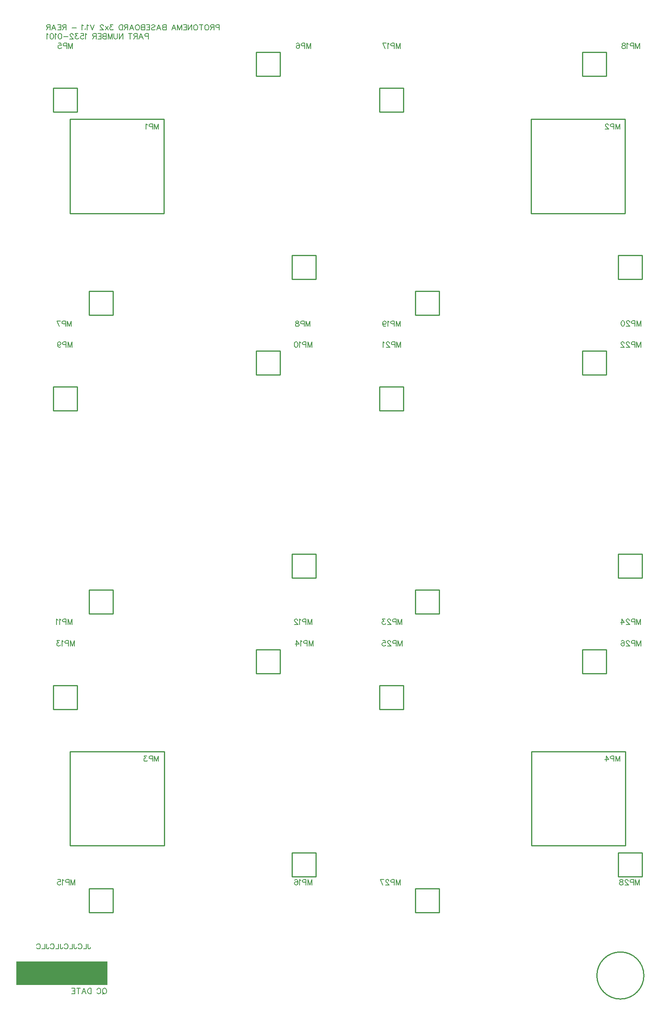
<source format=gbo>
G04 Layer: BottomSilkscreenLayer*
G04 EasyEDA v6.5.22, 2023-04-02 16:29:49*
G04 1135aa0c46e14357a5d69858543a1a0d,5a6b42c53f6a479593ecc07194224c93,10*
G04 Gerber Generator version 0.2*
G04 Scale: 100 percent, Rotated: No, Reflected: No *
G04 Dimensions in millimeters *
G04 leading zeros omitted , absolute positions ,4 integer and 5 decimal *
%FSLAX45Y45*%
%MOMM*%

%ADD10C,0.2032*%
%ADD11C,0.1524*%
%ADD12C,0.1520*%
%ADD13C,0.2540*%

%LPD*%
D10*
X11239500Y21418989D02*
G01*
X11239500Y21304445D01*
X11239500Y21418989D02*
G01*
X11190409Y21418989D01*
X11174046Y21413536D01*
X11168590Y21408082D01*
X11163137Y21397173D01*
X11163137Y21380808D01*
X11168590Y21369898D01*
X11174046Y21364445D01*
X11190409Y21358989D01*
X11239500Y21358989D01*
X11127135Y21418989D02*
G01*
X11127135Y21304445D01*
X11127135Y21418989D02*
G01*
X11078044Y21418989D01*
X11061682Y21413536D01*
X11056228Y21408082D01*
X11050772Y21397173D01*
X11050772Y21386264D01*
X11056228Y21375354D01*
X11061682Y21369898D01*
X11078044Y21364445D01*
X11127135Y21364445D01*
X11088954Y21364445D02*
G01*
X11050772Y21304445D01*
X10982045Y21418989D02*
G01*
X10992954Y21413536D01*
X11003864Y21402626D01*
X11009317Y21391717D01*
X11014773Y21375354D01*
X11014773Y21348082D01*
X11009317Y21331717D01*
X11003864Y21320808D01*
X10992954Y21309898D01*
X10982045Y21304445D01*
X10960227Y21304445D01*
X10949317Y21309898D01*
X10938410Y21320808D01*
X10932955Y21331717D01*
X10927501Y21348082D01*
X10927501Y21375354D01*
X10932955Y21391717D01*
X10938410Y21402626D01*
X10949317Y21413536D01*
X10960227Y21418989D01*
X10982045Y21418989D01*
X10853318Y21418989D02*
G01*
X10853318Y21304445D01*
X10891499Y21418989D02*
G01*
X10815137Y21418989D01*
X10746409Y21418989D02*
G01*
X10757319Y21413536D01*
X10768228Y21402626D01*
X10773681Y21391717D01*
X10779137Y21375354D01*
X10779137Y21348082D01*
X10773681Y21331717D01*
X10768228Y21320808D01*
X10757319Y21309898D01*
X10746409Y21304445D01*
X10724591Y21304445D01*
X10713681Y21309898D01*
X10702772Y21320808D01*
X10697319Y21331717D01*
X10691865Y21348082D01*
X10691865Y21375354D01*
X10697319Y21391717D01*
X10702772Y21402626D01*
X10713681Y21413536D01*
X10724591Y21418989D01*
X10746409Y21418989D01*
X10655863Y21418989D02*
G01*
X10655863Y21304445D01*
X10655863Y21418989D02*
G01*
X10579501Y21304445D01*
X10579501Y21418989D02*
G01*
X10579501Y21304445D01*
X10543501Y21418989D02*
G01*
X10543501Y21304445D01*
X10543501Y21418989D02*
G01*
X10472592Y21418989D01*
X10543501Y21364445D02*
G01*
X10499864Y21364445D01*
X10543501Y21304445D02*
G01*
X10472592Y21304445D01*
X10436593Y21418989D02*
G01*
X10436593Y21304445D01*
X10436593Y21418989D02*
G01*
X10392956Y21304445D01*
X10349318Y21418989D02*
G01*
X10392956Y21304445D01*
X10349318Y21418989D02*
G01*
X10349318Y21304445D01*
X10269684Y21418989D02*
G01*
X10313319Y21304445D01*
X10269684Y21418989D02*
G01*
X10226047Y21304445D01*
X10296956Y21342626D02*
G01*
X10242410Y21342626D01*
X10106047Y21418989D02*
G01*
X10106047Y21304445D01*
X10106047Y21418989D02*
G01*
X10056957Y21418989D01*
X10040592Y21413536D01*
X10035138Y21408082D01*
X10029685Y21397173D01*
X10029685Y21386264D01*
X10035138Y21375354D01*
X10040592Y21369898D01*
X10056957Y21364445D01*
X10106047Y21364445D02*
G01*
X10056957Y21364445D01*
X10040592Y21358989D01*
X10035138Y21353536D01*
X10029685Y21342626D01*
X10029685Y21326264D01*
X10035138Y21315354D01*
X10040592Y21309898D01*
X10056957Y21304445D01*
X10106047Y21304445D01*
X9950048Y21418989D02*
G01*
X9993683Y21304445D01*
X9950048Y21418989D02*
G01*
X9906411Y21304445D01*
X9977320Y21342626D02*
G01*
X9922774Y21342626D01*
X9794049Y21402626D02*
G01*
X9804956Y21413536D01*
X9821321Y21418989D01*
X9843140Y21418989D01*
X9859502Y21413536D01*
X9870412Y21402626D01*
X9870412Y21391717D01*
X9864956Y21380808D01*
X9859502Y21375354D01*
X9848593Y21369898D01*
X9815865Y21358989D01*
X9804956Y21353536D01*
X9799502Y21348082D01*
X9794049Y21337173D01*
X9794049Y21320808D01*
X9804956Y21309898D01*
X9821321Y21304445D01*
X9843140Y21304445D01*
X9859502Y21309898D01*
X9870412Y21320808D01*
X9758047Y21418989D02*
G01*
X9758047Y21304445D01*
X9758047Y21418989D02*
G01*
X9687138Y21418989D01*
X9758047Y21364445D02*
G01*
X9714412Y21364445D01*
X9758047Y21304445D02*
G01*
X9687138Y21304445D01*
X9651138Y21418989D02*
G01*
X9651138Y21304445D01*
X9651138Y21418989D02*
G01*
X9602048Y21418989D01*
X9585685Y21413536D01*
X9580229Y21408082D01*
X9574776Y21397173D01*
X9574776Y21386264D01*
X9580229Y21375354D01*
X9585685Y21369898D01*
X9602048Y21364445D01*
X9651138Y21364445D02*
G01*
X9602048Y21364445D01*
X9585685Y21358989D01*
X9580229Y21353536D01*
X9574776Y21342626D01*
X9574776Y21326264D01*
X9580229Y21315354D01*
X9585685Y21309898D01*
X9602048Y21304445D01*
X9651138Y21304445D01*
X9506049Y21418989D02*
G01*
X9516958Y21413536D01*
X9527867Y21402626D01*
X9533321Y21391717D01*
X9538776Y21375354D01*
X9538776Y21348082D01*
X9533321Y21331717D01*
X9527867Y21320808D01*
X9516958Y21309898D01*
X9506049Y21304445D01*
X9484230Y21304445D01*
X9473321Y21309898D01*
X9462411Y21320808D01*
X9456958Y21331717D01*
X9451502Y21348082D01*
X9451502Y21375354D01*
X9456958Y21391717D01*
X9462411Y21402626D01*
X9473321Y21413536D01*
X9484230Y21418989D01*
X9506049Y21418989D01*
X9371868Y21418989D02*
G01*
X9415503Y21304445D01*
X9371868Y21418989D02*
G01*
X9328231Y21304445D01*
X9399140Y21342626D02*
G01*
X9344593Y21342626D01*
X9292231Y21418989D02*
G01*
X9292231Y21304445D01*
X9292231Y21418989D02*
G01*
X9243141Y21418989D01*
X9226776Y21413536D01*
X9221322Y21408082D01*
X9215866Y21397173D01*
X9215866Y21386264D01*
X9221322Y21375354D01*
X9226776Y21369898D01*
X9243141Y21364445D01*
X9292231Y21364445D01*
X9254050Y21364445D02*
G01*
X9215866Y21304445D01*
X9179867Y21418989D02*
G01*
X9179867Y21304445D01*
X9179867Y21418989D02*
G01*
X9141686Y21418989D01*
X9125323Y21413536D01*
X9114414Y21402626D01*
X9108958Y21391717D01*
X9103504Y21375354D01*
X9103504Y21348082D01*
X9108958Y21331717D01*
X9114414Y21320808D01*
X9125323Y21309898D01*
X9141686Y21304445D01*
X9179867Y21304445D01*
X8972595Y21418989D02*
G01*
X8912595Y21418989D01*
X8945323Y21375354D01*
X8928958Y21375354D01*
X8918049Y21369898D01*
X8912595Y21364445D01*
X8907139Y21348082D01*
X8907139Y21337173D01*
X8912595Y21320808D01*
X8923505Y21309898D01*
X8939867Y21304445D01*
X8956233Y21304445D01*
X8972595Y21309898D01*
X8978049Y21315354D01*
X8983505Y21326264D01*
X8871140Y21380808D02*
G01*
X8811140Y21304445D01*
X8811140Y21380808D02*
G01*
X8871140Y21304445D01*
X8769687Y21391717D02*
G01*
X8769687Y21397173D01*
X8764231Y21408082D01*
X8758778Y21413536D01*
X8747869Y21418989D01*
X8726050Y21418989D01*
X8715141Y21413536D01*
X8709687Y21408082D01*
X8704232Y21397173D01*
X8704232Y21386264D01*
X8709687Y21375354D01*
X8720594Y21358989D01*
X8775141Y21304445D01*
X8698778Y21304445D01*
X8578778Y21418989D02*
G01*
X8535141Y21304445D01*
X8491504Y21418989D02*
G01*
X8535141Y21304445D01*
X8455505Y21397173D02*
G01*
X8444595Y21402626D01*
X8428233Y21418989D01*
X8428233Y21304445D01*
X8386777Y21331717D02*
G01*
X8392233Y21326264D01*
X8386777Y21320808D01*
X8381324Y21326264D01*
X8386777Y21331717D01*
X8345324Y21397173D02*
G01*
X8334415Y21402626D01*
X8318050Y21418989D01*
X8318050Y21304445D01*
X8198050Y21353536D02*
G01*
X8099869Y21353536D01*
X7979869Y21418989D02*
G01*
X7979869Y21304445D01*
X7979869Y21418989D02*
G01*
X7930779Y21418989D01*
X7914416Y21413536D01*
X7908960Y21408082D01*
X7903507Y21397173D01*
X7903507Y21386264D01*
X7908960Y21375354D01*
X7914416Y21369898D01*
X7930779Y21364445D01*
X7979869Y21364445D01*
X7941688Y21364445D02*
G01*
X7903507Y21304445D01*
X7867507Y21418989D02*
G01*
X7867507Y21304445D01*
X7867507Y21418989D02*
G01*
X7796598Y21418989D01*
X7867507Y21364445D02*
G01*
X7823870Y21364445D01*
X7867507Y21304445D02*
G01*
X7796598Y21304445D01*
X7716961Y21418989D02*
G01*
X7760596Y21304445D01*
X7716961Y21418989D02*
G01*
X7673324Y21304445D01*
X7744233Y21342626D02*
G01*
X7689689Y21342626D01*
X7637325Y21418989D02*
G01*
X7637325Y21304445D01*
X7637325Y21418989D02*
G01*
X7588234Y21418989D01*
X7571872Y21413536D01*
X7566416Y21408082D01*
X7560962Y21397173D01*
X7560962Y21386264D01*
X7566416Y21375354D01*
X7571872Y21369898D01*
X7588234Y21364445D01*
X7637325Y21364445D01*
X7599144Y21364445D02*
G01*
X7560962Y21304445D01*
X9728200Y21228489D02*
G01*
X9728200Y21113945D01*
X9728200Y21228489D02*
G01*
X9679109Y21228489D01*
X9662746Y21223036D01*
X9657290Y21217582D01*
X9651837Y21206673D01*
X9651837Y21190308D01*
X9657290Y21179398D01*
X9662746Y21173945D01*
X9679109Y21168489D01*
X9728200Y21168489D01*
X9572200Y21228489D02*
G01*
X9615835Y21113945D01*
X9572200Y21228489D02*
G01*
X9528563Y21113945D01*
X9599472Y21152126D02*
G01*
X9544928Y21152126D01*
X9492564Y21228489D02*
G01*
X9492564Y21113945D01*
X9492564Y21228489D02*
G01*
X9443473Y21228489D01*
X9427110Y21223036D01*
X9421655Y21217582D01*
X9416201Y21206673D01*
X9416201Y21195764D01*
X9421655Y21184854D01*
X9427110Y21179398D01*
X9443473Y21173945D01*
X9492564Y21173945D01*
X9454382Y21173945D02*
G01*
X9416201Y21113945D01*
X9342018Y21228489D02*
G01*
X9342018Y21113945D01*
X9380199Y21228489D02*
G01*
X9303837Y21228489D01*
X9183837Y21228489D02*
G01*
X9183837Y21113945D01*
X9183837Y21228489D02*
G01*
X9107474Y21113945D01*
X9107474Y21228489D02*
G01*
X9107474Y21113945D01*
X9071472Y21228489D02*
G01*
X9071472Y21146673D01*
X9066019Y21130308D01*
X9055110Y21119398D01*
X9038747Y21113945D01*
X9027838Y21113945D01*
X9011472Y21119398D01*
X9000566Y21130308D01*
X8995110Y21146673D01*
X8995110Y21228489D01*
X8959110Y21228489D02*
G01*
X8959110Y21113945D01*
X8959110Y21228489D02*
G01*
X8915473Y21113945D01*
X8871838Y21228489D02*
G01*
X8915473Y21113945D01*
X8871838Y21228489D02*
G01*
X8871838Y21113945D01*
X8835837Y21228489D02*
G01*
X8835837Y21113945D01*
X8835837Y21228489D02*
G01*
X8786746Y21228489D01*
X8770383Y21223036D01*
X8764930Y21217582D01*
X8759474Y21206673D01*
X8759474Y21195764D01*
X8764930Y21184854D01*
X8770383Y21179398D01*
X8786746Y21173945D01*
X8835837Y21173945D02*
G01*
X8786746Y21173945D01*
X8770383Y21168489D01*
X8764930Y21163036D01*
X8759474Y21152126D01*
X8759474Y21135764D01*
X8764930Y21124854D01*
X8770383Y21119398D01*
X8786746Y21113945D01*
X8835837Y21113945D01*
X8723475Y21228489D02*
G01*
X8723475Y21113945D01*
X8723475Y21228489D02*
G01*
X8652565Y21228489D01*
X8723475Y21173945D02*
G01*
X8679837Y21173945D01*
X8723475Y21113945D02*
G01*
X8652565Y21113945D01*
X8616566Y21228489D02*
G01*
X8616566Y21113945D01*
X8616566Y21228489D02*
G01*
X8567475Y21228489D01*
X8551110Y21223036D01*
X8545657Y21217582D01*
X8540201Y21206673D01*
X8540201Y21195764D01*
X8545657Y21184854D01*
X8551110Y21179398D01*
X8567475Y21173945D01*
X8616566Y21173945D01*
X8578385Y21173945D02*
G01*
X8540201Y21113945D01*
X8420201Y21206673D02*
G01*
X8409292Y21212126D01*
X8392929Y21228489D01*
X8392929Y21113945D01*
X8291474Y21228489D02*
G01*
X8346020Y21228489D01*
X8351474Y21179398D01*
X8346020Y21184854D01*
X8329658Y21190308D01*
X8313293Y21190308D01*
X8296930Y21184854D01*
X8286021Y21173945D01*
X8280567Y21157582D01*
X8280567Y21146673D01*
X8286021Y21130308D01*
X8296930Y21119398D01*
X8313293Y21113945D01*
X8329658Y21113945D01*
X8346020Y21119398D01*
X8351474Y21124854D01*
X8356930Y21135764D01*
X8233656Y21228489D02*
G01*
X8173656Y21228489D01*
X8206384Y21184854D01*
X8190021Y21184854D01*
X8179112Y21179398D01*
X8173656Y21173945D01*
X8168203Y21157582D01*
X8168203Y21146673D01*
X8173656Y21130308D01*
X8184565Y21119398D01*
X8200931Y21113945D01*
X8217293Y21113945D01*
X8233656Y21119398D01*
X8239112Y21124854D01*
X8244565Y21135764D01*
X8126747Y21201217D02*
G01*
X8126747Y21206673D01*
X8121294Y21217582D01*
X8115838Y21223036D01*
X8104931Y21228489D01*
X8083113Y21228489D01*
X8072203Y21223036D01*
X8066747Y21217582D01*
X8061294Y21206673D01*
X8061294Y21195764D01*
X8066747Y21184854D01*
X8077657Y21168489D01*
X8132203Y21113945D01*
X8055838Y21113945D01*
X8019839Y21163036D02*
G01*
X7921658Y21163036D01*
X7852930Y21228489D02*
G01*
X7869293Y21223036D01*
X7880202Y21206673D01*
X7885658Y21179398D01*
X7885658Y21163036D01*
X7880202Y21135764D01*
X7869293Y21119398D01*
X7852930Y21113945D01*
X7842021Y21113945D01*
X7825658Y21119398D01*
X7814749Y21135764D01*
X7809293Y21163036D01*
X7809293Y21179398D01*
X7814749Y21206673D01*
X7825658Y21223036D01*
X7842021Y21228489D01*
X7852930Y21228489D01*
X7773294Y21206673D02*
G01*
X7762384Y21212126D01*
X7746022Y21228489D01*
X7746022Y21113945D01*
X7677294Y21228489D02*
G01*
X7693657Y21223036D01*
X7704566Y21206673D01*
X7710022Y21179398D01*
X7710022Y21163036D01*
X7704566Y21135764D01*
X7693657Y21119398D01*
X7677294Y21113945D01*
X7666385Y21113945D01*
X7650022Y21119398D01*
X7639113Y21135764D01*
X7633657Y21163036D01*
X7633657Y21179398D01*
X7639113Y21206673D01*
X7650022Y21223036D01*
X7666385Y21228489D01*
X7677294Y21228489D01*
X7597658Y21206673D02*
G01*
X7586748Y21212126D01*
X7570386Y21228489D01*
X7570386Y21113945D01*
X8115300Y21025289D02*
G01*
X8115300Y20910745D01*
X8115300Y21025289D02*
G01*
X8071662Y20910745D01*
X8028028Y21025289D02*
G01*
X8071662Y20910745D01*
X8028028Y21025289D02*
G01*
X8028028Y20910745D01*
X7992028Y21025289D02*
G01*
X7992028Y20910745D01*
X7992028Y21025289D02*
G01*
X7942935Y21025289D01*
X7926572Y21019836D01*
X7921119Y21014382D01*
X7915663Y21003473D01*
X7915663Y20987108D01*
X7921119Y20976198D01*
X7926572Y20970745D01*
X7942935Y20965289D01*
X7992028Y20965289D01*
X7814210Y21025289D02*
G01*
X7868754Y21025289D01*
X7874210Y20976198D01*
X7868754Y20981654D01*
X7852392Y20987108D01*
X7836027Y20987108D01*
X7819664Y20981654D01*
X7808755Y20970745D01*
X7803301Y20954382D01*
X7803301Y20943473D01*
X7808755Y20927108D01*
X7819664Y20916198D01*
X7836027Y20910745D01*
X7852392Y20910745D01*
X7868754Y20916198D01*
X7874210Y20921654D01*
X7879664Y20932564D01*
X13182600Y21025289D02*
G01*
X13182600Y20910745D01*
X13182600Y21025289D02*
G01*
X13138962Y20910745D01*
X13095328Y21025289D02*
G01*
X13138962Y20910745D01*
X13095328Y21025289D02*
G01*
X13095328Y20910745D01*
X13059328Y21025289D02*
G01*
X13059328Y20910745D01*
X13059328Y21025289D02*
G01*
X13010235Y21025289D01*
X12993872Y21019836D01*
X12988419Y21014382D01*
X12982963Y21003473D01*
X12982963Y20987108D01*
X12988419Y20976198D01*
X12993872Y20970745D01*
X13010235Y20965289D01*
X13059328Y20965289D01*
X12881510Y21008926D02*
G01*
X12886964Y21019836D01*
X12903327Y21025289D01*
X12914236Y21025289D01*
X12930601Y21019836D01*
X12941510Y21003473D01*
X12946964Y20976198D01*
X12946964Y20948926D01*
X12941510Y20927108D01*
X12930601Y20916198D01*
X12914236Y20910745D01*
X12908782Y20910745D01*
X12892417Y20916198D01*
X12881510Y20927108D01*
X12876055Y20943473D01*
X12876055Y20948926D01*
X12881510Y20965289D01*
X12892417Y20976198D01*
X12908782Y20981654D01*
X12914236Y20981654D01*
X12930601Y20976198D01*
X12941510Y20965289D01*
X12946964Y20948926D01*
X8089900Y15119789D02*
G01*
X8089900Y15005245D01*
X8089900Y15119789D02*
G01*
X8046262Y15005245D01*
X8002628Y15119789D02*
G01*
X8046262Y15005245D01*
X8002628Y15119789D02*
G01*
X8002628Y15005245D01*
X7966628Y15119789D02*
G01*
X7966628Y15005245D01*
X7966628Y15119789D02*
G01*
X7917535Y15119789D01*
X7901172Y15114336D01*
X7895719Y15108882D01*
X7890263Y15097973D01*
X7890263Y15081608D01*
X7895719Y15070698D01*
X7901172Y15065245D01*
X7917535Y15059789D01*
X7966628Y15059789D01*
X7777901Y15119789D02*
G01*
X7832445Y15005245D01*
X7854264Y15119789D02*
G01*
X7777901Y15119789D01*
X13169900Y15119789D02*
G01*
X13169900Y15005245D01*
X13169900Y15119789D02*
G01*
X13126262Y15005245D01*
X13082628Y15119789D02*
G01*
X13126262Y15005245D01*
X13082628Y15119789D02*
G01*
X13082628Y15005245D01*
X13046628Y15119789D02*
G01*
X13046628Y15005245D01*
X13046628Y15119789D02*
G01*
X12997535Y15119789D01*
X12981172Y15114336D01*
X12975719Y15108882D01*
X12970263Y15097973D01*
X12970263Y15081608D01*
X12975719Y15070698D01*
X12981172Y15065245D01*
X12997535Y15059789D01*
X13046628Y15059789D01*
X12906992Y15119789D02*
G01*
X12923354Y15114336D01*
X12928810Y15103426D01*
X12928810Y15092517D01*
X12923354Y15081608D01*
X12912445Y15076154D01*
X12890627Y15070698D01*
X12874264Y15065245D01*
X12863355Y15054336D01*
X12857901Y15043426D01*
X12857901Y15027064D01*
X12863355Y15016154D01*
X12868810Y15010698D01*
X12885173Y15005245D01*
X12906992Y15005245D01*
X12923354Y15010698D01*
X12928810Y15016154D01*
X12934264Y15027064D01*
X12934264Y15043426D01*
X12928810Y15054336D01*
X12917901Y15065245D01*
X12901536Y15070698D01*
X12879717Y15076154D01*
X12868810Y15081608D01*
X12863355Y15092517D01*
X12863355Y15103426D01*
X12868810Y15114336D01*
X12885173Y15119789D01*
X12906992Y15119789D01*
X8102600Y14675289D02*
G01*
X8102600Y14560745D01*
X8102600Y14675289D02*
G01*
X8058962Y14560745D01*
X8015328Y14675289D02*
G01*
X8058962Y14560745D01*
X8015328Y14675289D02*
G01*
X8015328Y14560745D01*
X7979328Y14675289D02*
G01*
X7979328Y14560745D01*
X7979328Y14675289D02*
G01*
X7930235Y14675289D01*
X7913872Y14669836D01*
X7908419Y14664382D01*
X7902963Y14653473D01*
X7902963Y14637108D01*
X7908419Y14626198D01*
X7913872Y14620745D01*
X7930235Y14615289D01*
X7979328Y14615289D01*
X7796055Y14637108D02*
G01*
X7801510Y14620745D01*
X7812417Y14609836D01*
X7828782Y14604382D01*
X7834236Y14604382D01*
X7850601Y14609836D01*
X7861510Y14620745D01*
X7866964Y14637108D01*
X7866964Y14642564D01*
X7861510Y14658926D01*
X7850601Y14669836D01*
X7834236Y14675289D01*
X7828782Y14675289D01*
X7812417Y14669836D01*
X7801510Y14658926D01*
X7796055Y14637108D01*
X7796055Y14609836D01*
X7801510Y14582564D01*
X7812417Y14566198D01*
X7828782Y14560745D01*
X7839692Y14560745D01*
X7856054Y14566198D01*
X7861510Y14577108D01*
X13208000Y14675289D02*
G01*
X13208000Y14560745D01*
X13208000Y14675289D02*
G01*
X13164362Y14560745D01*
X13120728Y14675289D02*
G01*
X13164362Y14560745D01*
X13120728Y14675289D02*
G01*
X13120728Y14560745D01*
X13084728Y14675289D02*
G01*
X13084728Y14560745D01*
X13084728Y14675289D02*
G01*
X13035635Y14675289D01*
X13019272Y14669836D01*
X13013819Y14664382D01*
X13008363Y14653473D01*
X13008363Y14637108D01*
X13013819Y14626198D01*
X13019272Y14620745D01*
X13035635Y14615289D01*
X13084728Y14615289D01*
X12972364Y14653473D02*
G01*
X12961454Y14658926D01*
X12945092Y14675289D01*
X12945092Y14560745D01*
X12876364Y14675289D02*
G01*
X12892727Y14669836D01*
X12903636Y14653473D01*
X12909090Y14626198D01*
X12909090Y14609836D01*
X12903636Y14582564D01*
X12892727Y14566198D01*
X12876364Y14560745D01*
X12865455Y14560745D01*
X12849090Y14566198D01*
X12838183Y14582564D01*
X12832727Y14609836D01*
X12832727Y14626198D01*
X12838183Y14653473D01*
X12849090Y14669836D01*
X12865455Y14675289D01*
X12876364Y14675289D01*
X8102600Y8782489D02*
G01*
X8102600Y8667945D01*
X8102600Y8782489D02*
G01*
X8058962Y8667945D01*
X8015328Y8782489D02*
G01*
X8058962Y8667945D01*
X8015328Y8782489D02*
G01*
X8015328Y8667945D01*
X7979328Y8782489D02*
G01*
X7979328Y8667945D01*
X7979328Y8782489D02*
G01*
X7930235Y8782489D01*
X7913872Y8777036D01*
X7908419Y8771582D01*
X7902963Y8760673D01*
X7902963Y8744308D01*
X7908419Y8733398D01*
X7913872Y8727945D01*
X7930235Y8722489D01*
X7979328Y8722489D01*
X7866964Y8760673D02*
G01*
X7856054Y8766126D01*
X7839692Y8782489D01*
X7839692Y8667945D01*
X7803690Y8760673D02*
G01*
X7792783Y8766126D01*
X7776418Y8782489D01*
X7776418Y8667945D01*
X13208000Y8782489D02*
G01*
X13208000Y8667945D01*
X13208000Y8782489D02*
G01*
X13164362Y8667945D01*
X13120728Y8782489D02*
G01*
X13164362Y8667945D01*
X13120728Y8782489D02*
G01*
X13120728Y8667945D01*
X13084728Y8782489D02*
G01*
X13084728Y8667945D01*
X13084728Y8782489D02*
G01*
X13035635Y8782489D01*
X13019272Y8777036D01*
X13013819Y8771582D01*
X13008363Y8760673D01*
X13008363Y8744308D01*
X13013819Y8733398D01*
X13019272Y8727945D01*
X13035635Y8722489D01*
X13084728Y8722489D01*
X12972364Y8760673D02*
G01*
X12961454Y8766126D01*
X12945092Y8782489D01*
X12945092Y8667945D01*
X12903636Y8755217D02*
G01*
X12903636Y8760673D01*
X12898183Y8771582D01*
X12892727Y8777036D01*
X12881818Y8782489D01*
X12859999Y8782489D01*
X12849090Y8777036D01*
X12843636Y8771582D01*
X12838183Y8760673D01*
X12838183Y8749764D01*
X12843636Y8738854D01*
X12854546Y8722489D01*
X12909090Y8667945D01*
X12832727Y8667945D01*
X8153400Y8325289D02*
G01*
X8153400Y8210745D01*
X8153400Y8325289D02*
G01*
X8109762Y8210745D01*
X8066128Y8325289D02*
G01*
X8109762Y8210745D01*
X8066128Y8325289D02*
G01*
X8066128Y8210745D01*
X8030128Y8325289D02*
G01*
X8030128Y8210745D01*
X8030128Y8325289D02*
G01*
X7981035Y8325289D01*
X7964672Y8319836D01*
X7959219Y8314382D01*
X7953763Y8303473D01*
X7953763Y8287108D01*
X7959219Y8276198D01*
X7964672Y8270745D01*
X7981035Y8265289D01*
X8030128Y8265289D01*
X7917764Y8303473D02*
G01*
X7906854Y8308926D01*
X7890492Y8325289D01*
X7890492Y8210745D01*
X7843583Y8325289D02*
G01*
X7783583Y8325289D01*
X7816308Y8281654D01*
X7799946Y8281654D01*
X7789036Y8276198D01*
X7783583Y8270745D01*
X7778127Y8254382D01*
X7778127Y8243473D01*
X7783583Y8227108D01*
X7794490Y8216198D01*
X7810855Y8210745D01*
X7827218Y8210745D01*
X7843583Y8216198D01*
X7849036Y8221654D01*
X7854490Y8232564D01*
X13233400Y8325289D02*
G01*
X13233400Y8210745D01*
X13233400Y8325289D02*
G01*
X13189762Y8210745D01*
X13146128Y8325289D02*
G01*
X13189762Y8210745D01*
X13146128Y8325289D02*
G01*
X13146128Y8210745D01*
X13110128Y8325289D02*
G01*
X13110128Y8210745D01*
X13110128Y8325289D02*
G01*
X13061035Y8325289D01*
X13044672Y8319836D01*
X13039219Y8314382D01*
X13033763Y8303473D01*
X13033763Y8287108D01*
X13039219Y8276198D01*
X13044672Y8270745D01*
X13061035Y8265289D01*
X13110128Y8265289D01*
X12997764Y8303473D02*
G01*
X12986854Y8308926D01*
X12970492Y8325289D01*
X12970492Y8210745D01*
X12879946Y8325289D02*
G01*
X12934490Y8248926D01*
X12852674Y8248926D01*
X12879946Y8325289D02*
G01*
X12879946Y8210745D01*
X8166100Y3245289D02*
G01*
X8166100Y3130745D01*
X8166100Y3245289D02*
G01*
X8122462Y3130745D01*
X8078828Y3245289D02*
G01*
X8122462Y3130745D01*
X8078828Y3245289D02*
G01*
X8078828Y3130745D01*
X8042828Y3245289D02*
G01*
X8042828Y3130745D01*
X8042828Y3245289D02*
G01*
X7993735Y3245289D01*
X7977372Y3239836D01*
X7971919Y3234382D01*
X7966463Y3223473D01*
X7966463Y3207108D01*
X7971919Y3196198D01*
X7977372Y3190745D01*
X7993735Y3185289D01*
X8042828Y3185289D01*
X7930464Y3223473D02*
G01*
X7919554Y3228926D01*
X7903192Y3245289D01*
X7903192Y3130745D01*
X7801736Y3245289D02*
G01*
X7856283Y3245289D01*
X7861736Y3196198D01*
X7856283Y3201654D01*
X7839918Y3207108D01*
X7823555Y3207108D01*
X7807190Y3201654D01*
X7796283Y3190745D01*
X7790827Y3174382D01*
X7790827Y3163473D01*
X7796283Y3147108D01*
X7807190Y3136198D01*
X7823555Y3130745D01*
X7839918Y3130745D01*
X7856283Y3136198D01*
X7861736Y3141654D01*
X7867190Y3152564D01*
X15087600Y21025289D02*
G01*
X15087600Y20910745D01*
X15087600Y21025289D02*
G01*
X15043962Y20910745D01*
X15000328Y21025289D02*
G01*
X15043962Y20910745D01*
X15000328Y21025289D02*
G01*
X15000328Y20910745D01*
X14964328Y21025289D02*
G01*
X14964328Y20910745D01*
X14964328Y21025289D02*
G01*
X14915235Y21025289D01*
X14898872Y21019836D01*
X14893419Y21014382D01*
X14887963Y21003473D01*
X14887963Y20987108D01*
X14893419Y20976198D01*
X14898872Y20970745D01*
X14915235Y20965289D01*
X14964328Y20965289D01*
X14851964Y21003473D02*
G01*
X14841054Y21008926D01*
X14824692Y21025289D01*
X14824692Y20910745D01*
X14712327Y21025289D02*
G01*
X14766874Y20910745D01*
X14788690Y21025289D02*
G01*
X14712327Y21025289D01*
X20181595Y21025289D02*
G01*
X20181595Y20910745D01*
X20181595Y21025289D02*
G01*
X20137958Y20910745D01*
X20094323Y21025289D02*
G01*
X20137958Y20910745D01*
X20094323Y21025289D02*
G01*
X20094323Y20910745D01*
X20058324Y21025289D02*
G01*
X20058324Y20910745D01*
X20058324Y21025289D02*
G01*
X20009231Y21025289D01*
X19992868Y21019836D01*
X19987414Y21014382D01*
X19981959Y21003473D01*
X19981959Y20987108D01*
X19987414Y20976199D01*
X19992868Y20970745D01*
X20009231Y20965289D01*
X20058324Y20965289D01*
X19945959Y21003473D02*
G01*
X19935050Y21008926D01*
X19918687Y21025289D01*
X19918687Y20910745D01*
X19855413Y21025289D02*
G01*
X19871778Y21019836D01*
X19877232Y21008926D01*
X19877232Y20998017D01*
X19871778Y20987108D01*
X19860869Y20981654D01*
X19839050Y20976199D01*
X19822685Y20970745D01*
X19811779Y20959836D01*
X19806323Y20948926D01*
X19806323Y20932564D01*
X19811779Y20921654D01*
X19817232Y20916199D01*
X19833595Y20910745D01*
X19855413Y20910745D01*
X19871778Y20916199D01*
X19877232Y20921654D01*
X19882685Y20932564D01*
X19882685Y20948926D01*
X19877232Y20959836D01*
X19866322Y20970745D01*
X19849960Y20976199D01*
X19828141Y20981654D01*
X19817232Y20987108D01*
X19811779Y20998017D01*
X19811779Y21008926D01*
X19817232Y21019836D01*
X19833595Y21025289D01*
X19855413Y21025289D01*
X15087600Y15119789D02*
G01*
X15087600Y15005245D01*
X15087600Y15119789D02*
G01*
X15043962Y15005245D01*
X15000328Y15119789D02*
G01*
X15043962Y15005245D01*
X15000328Y15119789D02*
G01*
X15000328Y15005245D01*
X14964328Y15119789D02*
G01*
X14964328Y15005245D01*
X14964328Y15119789D02*
G01*
X14915235Y15119789D01*
X14898872Y15114336D01*
X14893419Y15108882D01*
X14887963Y15097973D01*
X14887963Y15081608D01*
X14893419Y15070698D01*
X14898872Y15065245D01*
X14915235Y15059789D01*
X14964328Y15059789D01*
X14851964Y15097973D02*
G01*
X14841054Y15103426D01*
X14824692Y15119789D01*
X14824692Y15005245D01*
X14717783Y15081608D02*
G01*
X14723236Y15065245D01*
X14734146Y15054336D01*
X14750508Y15048882D01*
X14755964Y15048882D01*
X14772327Y15054336D01*
X14783236Y15065245D01*
X14788690Y15081608D01*
X14788690Y15087064D01*
X14783236Y15103426D01*
X14772327Y15114336D01*
X14755964Y15119789D01*
X14750508Y15119789D01*
X14734146Y15114336D01*
X14723236Y15103426D01*
X14717783Y15081608D01*
X14717783Y15054336D01*
X14723236Y15027064D01*
X14734146Y15010698D01*
X14750508Y15005245D01*
X14761418Y15005245D01*
X14777783Y15010698D01*
X14783236Y15021608D01*
X20210703Y15124894D02*
G01*
X20210703Y15010350D01*
X20210703Y15124894D02*
G01*
X20167066Y15010350D01*
X20123431Y15124894D02*
G01*
X20167066Y15010350D01*
X20123431Y15124894D02*
G01*
X20123431Y15010350D01*
X20087432Y15124894D02*
G01*
X20087432Y15010350D01*
X20087432Y15124894D02*
G01*
X20038339Y15124894D01*
X20021976Y15119441D01*
X20016523Y15113988D01*
X20011067Y15103078D01*
X20011067Y15086713D01*
X20016523Y15075805D01*
X20021976Y15070350D01*
X20038339Y15064894D01*
X20087432Y15064894D01*
X19969614Y15097622D02*
G01*
X19969614Y15103078D01*
X19964158Y15113988D01*
X19958704Y15119441D01*
X19947796Y15124894D01*
X19925977Y15124894D01*
X19915068Y15119441D01*
X19909614Y15113988D01*
X19904158Y15103078D01*
X19904158Y15092169D01*
X19909614Y15081260D01*
X19920521Y15064894D01*
X19975068Y15010350D01*
X19898704Y15010350D01*
X19829978Y15124894D02*
G01*
X19846340Y15119441D01*
X19857250Y15103078D01*
X19862704Y15075805D01*
X19862704Y15059441D01*
X19857250Y15032169D01*
X19846340Y15015805D01*
X19829978Y15010350D01*
X19819068Y15010350D01*
X19802703Y15015805D01*
X19791794Y15032169D01*
X19786340Y15059441D01*
X19786340Y15075805D01*
X19791794Y15103078D01*
X19802703Y15119441D01*
X19819068Y15124894D01*
X19829978Y15124894D01*
X15100300Y14675289D02*
G01*
X15100300Y14560745D01*
X15100300Y14675289D02*
G01*
X15056662Y14560745D01*
X15013028Y14675289D02*
G01*
X15056662Y14560745D01*
X15013028Y14675289D02*
G01*
X15013028Y14560745D01*
X14977028Y14675289D02*
G01*
X14977028Y14560745D01*
X14977028Y14675289D02*
G01*
X14927935Y14675289D01*
X14911572Y14669836D01*
X14906119Y14664382D01*
X14900663Y14653473D01*
X14900663Y14637108D01*
X14906119Y14626198D01*
X14911572Y14620745D01*
X14927935Y14615289D01*
X14977028Y14615289D01*
X14859210Y14648017D02*
G01*
X14859210Y14653473D01*
X14853754Y14664382D01*
X14848301Y14669836D01*
X14837392Y14675289D01*
X14815573Y14675289D01*
X14804664Y14669836D01*
X14799210Y14664382D01*
X14793755Y14653473D01*
X14793755Y14642564D01*
X14799210Y14631654D01*
X14810117Y14615289D01*
X14864664Y14560745D01*
X14788301Y14560745D01*
X14752299Y14653473D02*
G01*
X14741390Y14658926D01*
X14725027Y14675289D01*
X14725027Y14560745D01*
X20206995Y14675289D02*
G01*
X20206995Y14560745D01*
X20206995Y14675289D02*
G01*
X20163358Y14560745D01*
X20119723Y14675289D02*
G01*
X20163358Y14560745D01*
X20119723Y14675289D02*
G01*
X20119723Y14560745D01*
X20083724Y14675289D02*
G01*
X20083724Y14560745D01*
X20083724Y14675289D02*
G01*
X20034631Y14675289D01*
X20018268Y14669836D01*
X20012814Y14664382D01*
X20007359Y14653473D01*
X20007359Y14637108D01*
X20012814Y14626199D01*
X20018268Y14620745D01*
X20034631Y14615289D01*
X20083724Y14615289D01*
X19965906Y14648017D02*
G01*
X19965906Y14653473D01*
X19960450Y14664382D01*
X19954996Y14669836D01*
X19944087Y14675289D01*
X19922269Y14675289D01*
X19911359Y14669836D01*
X19905906Y14664382D01*
X19900450Y14653473D01*
X19900450Y14642564D01*
X19905906Y14631654D01*
X19916813Y14615289D01*
X19971359Y14560745D01*
X19894996Y14560745D01*
X19853541Y14648017D02*
G01*
X19853541Y14653473D01*
X19848085Y14664382D01*
X19842632Y14669836D01*
X19831723Y14675289D01*
X19809904Y14675289D01*
X19798995Y14669836D01*
X19793541Y14664382D01*
X19788085Y14653473D01*
X19788085Y14642564D01*
X19793541Y14631654D01*
X19804451Y14615289D01*
X19858995Y14560745D01*
X19782632Y14560745D01*
X15125700Y8782489D02*
G01*
X15125700Y8667945D01*
X15125700Y8782489D02*
G01*
X15082062Y8667945D01*
X15038428Y8782489D02*
G01*
X15082062Y8667945D01*
X15038428Y8782489D02*
G01*
X15038428Y8667945D01*
X15002428Y8782489D02*
G01*
X15002428Y8667945D01*
X15002428Y8782489D02*
G01*
X14953335Y8782489D01*
X14936972Y8777036D01*
X14931519Y8771582D01*
X14926063Y8760673D01*
X14926063Y8744308D01*
X14931519Y8733399D01*
X14936972Y8727945D01*
X14953335Y8722489D01*
X15002428Y8722489D01*
X14884610Y8755217D02*
G01*
X14884610Y8760673D01*
X14879154Y8771582D01*
X14873700Y8777036D01*
X14862792Y8782489D01*
X14840973Y8782489D01*
X14830064Y8777036D01*
X14824610Y8771582D01*
X14819155Y8760673D01*
X14819155Y8749764D01*
X14824610Y8738854D01*
X14835517Y8722489D01*
X14890064Y8667945D01*
X14813700Y8667945D01*
X14766790Y8782489D02*
G01*
X14706790Y8782489D01*
X14739518Y8738854D01*
X14723155Y8738854D01*
X14712246Y8733399D01*
X14706790Y8727945D01*
X14701337Y8711582D01*
X14701337Y8700673D01*
X14706790Y8684308D01*
X14717699Y8673399D01*
X14734065Y8667945D01*
X14750427Y8667945D01*
X14766790Y8673399D01*
X14772246Y8678854D01*
X14777700Y8689764D01*
X20205700Y8782489D02*
G01*
X20205700Y8667945D01*
X20205700Y8782489D02*
G01*
X20162062Y8667945D01*
X20118428Y8782489D02*
G01*
X20162062Y8667945D01*
X20118428Y8782489D02*
G01*
X20118428Y8667945D01*
X20082428Y8782489D02*
G01*
X20082428Y8667945D01*
X20082428Y8782489D02*
G01*
X20033335Y8782489D01*
X20016972Y8777036D01*
X20011519Y8771582D01*
X20006063Y8760673D01*
X20006063Y8744308D01*
X20011519Y8733399D01*
X20016972Y8727945D01*
X20033335Y8722489D01*
X20082428Y8722489D01*
X19964610Y8755217D02*
G01*
X19964610Y8760673D01*
X19959154Y8771582D01*
X19953700Y8777036D01*
X19942792Y8782489D01*
X19920973Y8782489D01*
X19910064Y8777036D01*
X19904610Y8771582D01*
X19899155Y8760673D01*
X19899155Y8749764D01*
X19904610Y8738854D01*
X19915517Y8722489D01*
X19970064Y8667945D01*
X19893700Y8667945D01*
X19803155Y8782489D02*
G01*
X19857700Y8706126D01*
X19775883Y8706126D01*
X19803155Y8782489D02*
G01*
X19803155Y8667945D01*
X15126995Y8325289D02*
G01*
X15126995Y8210745D01*
X15126995Y8325289D02*
G01*
X15083358Y8210745D01*
X15039723Y8325289D02*
G01*
X15083358Y8210745D01*
X15039723Y8325289D02*
G01*
X15039723Y8210745D01*
X15003724Y8325289D02*
G01*
X15003724Y8210745D01*
X15003724Y8325289D02*
G01*
X14954631Y8325289D01*
X14938268Y8319836D01*
X14932814Y8314382D01*
X14927359Y8303473D01*
X14927359Y8287108D01*
X14932814Y8276199D01*
X14938268Y8270745D01*
X14954631Y8265289D01*
X15003724Y8265289D01*
X14885906Y8298017D02*
G01*
X14885906Y8303473D01*
X14880450Y8314382D01*
X14874996Y8319836D01*
X14864087Y8325289D01*
X14842269Y8325289D01*
X14831359Y8319836D01*
X14825906Y8314382D01*
X14820450Y8303473D01*
X14820450Y8292564D01*
X14825906Y8281654D01*
X14836813Y8265289D01*
X14891359Y8210745D01*
X14814996Y8210745D01*
X14713541Y8325289D02*
G01*
X14768085Y8325289D01*
X14773541Y8276199D01*
X14768085Y8281654D01*
X14751723Y8287108D01*
X14735360Y8287108D01*
X14718995Y8281654D01*
X14708085Y8270745D01*
X14702632Y8254382D01*
X14702632Y8243473D01*
X14708085Y8227108D01*
X14718995Y8216199D01*
X14735360Y8210745D01*
X14751723Y8210745D01*
X14768085Y8216199D01*
X14773541Y8221654D01*
X14778995Y8232564D01*
X20206995Y8325289D02*
G01*
X20206995Y8210745D01*
X20206995Y8325289D02*
G01*
X20163358Y8210745D01*
X20119723Y8325289D02*
G01*
X20163358Y8210745D01*
X20119723Y8325289D02*
G01*
X20119723Y8210745D01*
X20083724Y8325289D02*
G01*
X20083724Y8210745D01*
X20083724Y8325289D02*
G01*
X20034631Y8325289D01*
X20018268Y8319836D01*
X20012814Y8314382D01*
X20007359Y8303473D01*
X20007359Y8287108D01*
X20012814Y8276199D01*
X20018268Y8270745D01*
X20034631Y8265289D01*
X20083724Y8265289D01*
X19965906Y8298017D02*
G01*
X19965906Y8303473D01*
X19960450Y8314382D01*
X19954996Y8319836D01*
X19944087Y8325289D01*
X19922269Y8325289D01*
X19911359Y8319836D01*
X19905906Y8314382D01*
X19900450Y8303473D01*
X19900450Y8292564D01*
X19905906Y8281654D01*
X19916813Y8265289D01*
X19971359Y8210745D01*
X19894996Y8210745D01*
X19793541Y8308926D02*
G01*
X19798995Y8319836D01*
X19815360Y8325289D01*
X19826269Y8325289D01*
X19842632Y8319836D01*
X19853541Y8303473D01*
X19858995Y8276199D01*
X19858995Y8248926D01*
X19853541Y8227108D01*
X19842632Y8216199D01*
X19826269Y8210745D01*
X19820813Y8210745D01*
X19804451Y8216199D01*
X19793541Y8227108D01*
X19788085Y8243473D01*
X19788085Y8248926D01*
X19793541Y8265289D01*
X19804451Y8276199D01*
X19820813Y8281654D01*
X19826269Y8281654D01*
X19842632Y8276199D01*
X19853541Y8265289D01*
X19858995Y8248926D01*
X15087600Y3245289D02*
G01*
X15087600Y3130745D01*
X15087600Y3245289D02*
G01*
X15043962Y3130745D01*
X15000328Y3245289D02*
G01*
X15043962Y3130745D01*
X15000328Y3245289D02*
G01*
X15000328Y3130745D01*
X14964328Y3245289D02*
G01*
X14964328Y3130745D01*
X14964328Y3245289D02*
G01*
X14915235Y3245289D01*
X14898872Y3239836D01*
X14893419Y3234382D01*
X14887963Y3223473D01*
X14887963Y3207108D01*
X14893419Y3196198D01*
X14898872Y3190745D01*
X14915235Y3185289D01*
X14964328Y3185289D01*
X14846510Y3218017D02*
G01*
X14846510Y3223473D01*
X14841054Y3234382D01*
X14835601Y3239836D01*
X14824692Y3245289D01*
X14802873Y3245289D01*
X14791964Y3239836D01*
X14786510Y3234382D01*
X14781055Y3223473D01*
X14781055Y3212564D01*
X14786510Y3201654D01*
X14797417Y3185289D01*
X14851964Y3130745D01*
X14775601Y3130745D01*
X14663237Y3245289D02*
G01*
X14717783Y3130745D01*
X14739599Y3245289D02*
G01*
X14663237Y3245289D01*
X20180300Y3245289D02*
G01*
X20180300Y3130745D01*
X20180300Y3245289D02*
G01*
X20136662Y3130745D01*
X20093028Y3245289D02*
G01*
X20136662Y3130745D01*
X20093028Y3245289D02*
G01*
X20093028Y3130745D01*
X20057028Y3245289D02*
G01*
X20057028Y3130745D01*
X20057028Y3245289D02*
G01*
X20007935Y3245289D01*
X19991572Y3239836D01*
X19986119Y3234382D01*
X19980663Y3223473D01*
X19980663Y3207108D01*
X19986119Y3196198D01*
X19991572Y3190745D01*
X20007935Y3185289D01*
X20057028Y3185289D01*
X19939210Y3218017D02*
G01*
X19939210Y3223473D01*
X19933754Y3234382D01*
X19928301Y3239836D01*
X19917392Y3245289D01*
X19895573Y3245289D01*
X19884664Y3239836D01*
X19879210Y3234382D01*
X19873755Y3223473D01*
X19873755Y3212564D01*
X19879210Y3201654D01*
X19890117Y3185289D01*
X19944664Y3130745D01*
X19868301Y3130745D01*
X19805027Y3245289D02*
G01*
X19821390Y3239836D01*
X19826846Y3228926D01*
X19826846Y3218017D01*
X19821390Y3207108D01*
X19810483Y3201654D01*
X19788665Y3196198D01*
X19772299Y3190745D01*
X19761390Y3179836D01*
X19755937Y3168926D01*
X19755937Y3152564D01*
X19761390Y3141654D01*
X19766846Y3136198D01*
X19783209Y3130745D01*
X19805027Y3130745D01*
X19821390Y3136198D01*
X19826846Y3141654D01*
X19832299Y3152564D01*
X19832299Y3168926D01*
X19826846Y3179836D01*
X19815936Y3190745D01*
X19799574Y3196198D01*
X19777755Y3201654D01*
X19766846Y3207108D01*
X19761390Y3218017D01*
X19761390Y3228926D01*
X19766846Y3239836D01*
X19783209Y3245289D01*
X19805027Y3245289D01*
X13208000Y3245289D02*
G01*
X13208000Y3130745D01*
X13208000Y3245289D02*
G01*
X13164362Y3130745D01*
X13120728Y3245289D02*
G01*
X13164362Y3130745D01*
X13120728Y3245289D02*
G01*
X13120728Y3130745D01*
X13084728Y3245289D02*
G01*
X13084728Y3130745D01*
X13084728Y3245289D02*
G01*
X13035635Y3245289D01*
X13019272Y3239836D01*
X13013819Y3234382D01*
X13008363Y3223473D01*
X13008363Y3207108D01*
X13013819Y3196198D01*
X13019272Y3190745D01*
X13035635Y3185289D01*
X13084728Y3185289D01*
X12972364Y3223473D02*
G01*
X12961454Y3228926D01*
X12945092Y3245289D01*
X12945092Y3130745D01*
X12843636Y3228926D02*
G01*
X12849090Y3239836D01*
X12865455Y3245289D01*
X12876364Y3245289D01*
X12892727Y3239836D01*
X12903636Y3223473D01*
X12909090Y3196198D01*
X12909090Y3168926D01*
X12903636Y3147108D01*
X12892727Y3136198D01*
X12876364Y3130745D01*
X12870908Y3130745D01*
X12854546Y3136198D01*
X12843636Y3147108D01*
X12838183Y3163473D01*
X12838183Y3168926D01*
X12843636Y3185289D01*
X12854546Y3196198D01*
X12870908Y3201654D01*
X12876364Y3201654D01*
X12892727Y3196198D01*
X12903636Y3185289D01*
X12909090Y3168926D01*
D11*
X8806472Y933889D02*
G01*
X8817381Y928436D01*
X8828290Y917526D01*
X8833746Y906617D01*
X8839200Y890254D01*
X8839200Y862982D01*
X8833746Y846617D01*
X8828290Y835708D01*
X8817381Y824798D01*
X8806472Y819345D01*
X8784653Y819345D01*
X8773746Y824798D01*
X8762837Y835708D01*
X8757381Y846617D01*
X8751928Y862982D01*
X8751928Y890254D01*
X8757381Y906617D01*
X8762837Y917526D01*
X8773746Y928436D01*
X8784653Y933889D01*
X8806472Y933889D01*
X8790109Y841164D02*
G01*
X8757381Y808436D01*
X8634110Y906617D02*
G01*
X8639563Y917526D01*
X8650472Y928436D01*
X8661382Y933889D01*
X8683200Y933889D01*
X8694110Y928436D01*
X8705019Y917526D01*
X8710472Y906617D01*
X8715928Y890254D01*
X8715928Y862982D01*
X8710472Y846617D01*
X8705019Y835708D01*
X8694110Y824798D01*
X8683200Y819345D01*
X8661382Y819345D01*
X8650472Y824798D01*
X8639563Y835708D01*
X8634110Y846617D01*
X8514110Y933889D02*
G01*
X8514110Y819345D01*
X8514110Y933889D02*
G01*
X8475929Y933889D01*
X8459563Y928436D01*
X8448654Y917526D01*
X8443201Y906617D01*
X8437745Y890254D01*
X8437745Y862982D01*
X8443201Y846617D01*
X8448654Y835708D01*
X8459563Y824798D01*
X8475929Y819345D01*
X8514110Y819345D01*
X8358111Y933889D02*
G01*
X8401745Y819345D01*
X8358111Y933889D02*
G01*
X8314474Y819345D01*
X8385383Y857526D02*
G01*
X8330836Y857526D01*
X8240290Y933889D02*
G01*
X8240290Y819345D01*
X8278474Y933889D02*
G01*
X8202109Y933889D01*
X8166110Y933889D02*
G01*
X8166110Y819345D01*
X8166110Y933889D02*
G01*
X8095200Y933889D01*
X8166110Y879345D02*
G01*
X8122472Y879345D01*
X8166110Y819345D02*
G01*
X8095200Y819345D01*
D10*
X9944100Y19310789D02*
G01*
X9944100Y19196245D01*
X9944100Y19310789D02*
G01*
X9900462Y19196245D01*
X9856828Y19310789D02*
G01*
X9900462Y19196245D01*
X9856828Y19310789D02*
G01*
X9856828Y19196245D01*
X9820828Y19310789D02*
G01*
X9820828Y19196245D01*
X9820828Y19310789D02*
G01*
X9771735Y19310789D01*
X9755372Y19305336D01*
X9749919Y19299882D01*
X9744463Y19288973D01*
X9744463Y19272608D01*
X9749919Y19261699D01*
X9755372Y19256245D01*
X9771735Y19250789D01*
X9820828Y19250789D01*
X9708464Y19288973D02*
G01*
X9697554Y19294426D01*
X9681192Y19310789D01*
X9681192Y19196245D01*
X19761200Y19310789D02*
G01*
X19761200Y19196245D01*
X19761200Y19310789D02*
G01*
X19717562Y19196245D01*
X19673928Y19310789D02*
G01*
X19717562Y19196245D01*
X19673928Y19310789D02*
G01*
X19673928Y19196245D01*
X19637928Y19310789D02*
G01*
X19637928Y19196245D01*
X19637928Y19310789D02*
G01*
X19588835Y19310789D01*
X19572472Y19305336D01*
X19567019Y19299882D01*
X19561563Y19288973D01*
X19561563Y19272608D01*
X19567019Y19261699D01*
X19572472Y19256245D01*
X19588835Y19250789D01*
X19637928Y19250789D01*
X19520110Y19283517D02*
G01*
X19520110Y19288973D01*
X19514654Y19299882D01*
X19509200Y19305336D01*
X19498292Y19310789D01*
X19476473Y19310789D01*
X19465564Y19305336D01*
X19460110Y19299882D01*
X19454655Y19288973D01*
X19454655Y19278064D01*
X19460110Y19267154D01*
X19471017Y19250789D01*
X19525564Y19196245D01*
X19449200Y19196245D01*
X9944100Y5874189D02*
G01*
X9944100Y5759645D01*
X9944100Y5874189D02*
G01*
X9900462Y5759645D01*
X9856828Y5874189D02*
G01*
X9900462Y5759645D01*
X9856828Y5874189D02*
G01*
X9856828Y5759645D01*
X9820828Y5874189D02*
G01*
X9820828Y5759645D01*
X9820828Y5874189D02*
G01*
X9771735Y5874189D01*
X9755372Y5868736D01*
X9749919Y5863282D01*
X9744463Y5852373D01*
X9744463Y5836008D01*
X9749919Y5825098D01*
X9755372Y5819645D01*
X9771735Y5814189D01*
X9820828Y5814189D01*
X9697554Y5874189D02*
G01*
X9637555Y5874189D01*
X9670282Y5830554D01*
X9653917Y5830554D01*
X9643010Y5825098D01*
X9637555Y5819645D01*
X9632101Y5803282D01*
X9632101Y5792373D01*
X9637555Y5776008D01*
X9648464Y5765098D01*
X9664827Y5759645D01*
X9681192Y5759645D01*
X9697554Y5765098D01*
X9703010Y5770554D01*
X9708464Y5781464D01*
X19761200Y5874189D02*
G01*
X19761200Y5759645D01*
X19761200Y5874189D02*
G01*
X19717562Y5759645D01*
X19673928Y5874189D02*
G01*
X19717562Y5759645D01*
X19673928Y5874189D02*
G01*
X19673928Y5759645D01*
X19637928Y5874189D02*
G01*
X19637928Y5759645D01*
X19637928Y5874189D02*
G01*
X19588835Y5874189D01*
X19572472Y5868736D01*
X19567019Y5863282D01*
X19561563Y5852373D01*
X19561563Y5836008D01*
X19567019Y5825099D01*
X19572472Y5819645D01*
X19588835Y5814189D01*
X19637928Y5814189D01*
X19471017Y5874189D02*
G01*
X19525564Y5797826D01*
X19443745Y5797826D01*
X19471017Y5874189D02*
G01*
X19471017Y5759645D01*
D12*
X8444339Y1880628D02*
G01*
X8444339Y1797502D01*
X8449536Y1781914D01*
X8454730Y1776719D01*
X8465121Y1771525D01*
X8475512Y1771525D01*
X8485903Y1776719D01*
X8491100Y1781914D01*
X8496294Y1797502D01*
X8496294Y1807893D01*
X8410049Y1880628D02*
G01*
X8410049Y1771525D01*
X8410049Y1771525D02*
G01*
X8347704Y1771525D01*
X8235482Y1854652D02*
G01*
X8240679Y1865043D01*
X8251070Y1875434D01*
X8261459Y1880628D01*
X8282241Y1880628D01*
X8292632Y1875434D01*
X8303023Y1865043D01*
X8308220Y1854652D01*
X8313414Y1839064D01*
X8313414Y1813087D01*
X8308220Y1797502D01*
X8303023Y1787110D01*
X8292632Y1776719D01*
X8282241Y1771525D01*
X8261459Y1771525D01*
X8251070Y1776719D01*
X8240679Y1787110D01*
X8235482Y1797502D01*
X8149239Y1880628D02*
G01*
X8149239Y1797502D01*
X8154433Y1781914D01*
X8159630Y1776719D01*
X8170019Y1771525D01*
X8180410Y1771525D01*
X8190801Y1776719D01*
X8195998Y1781914D01*
X8201192Y1797502D01*
X8201192Y1807893D01*
X8114949Y1880628D02*
G01*
X8114949Y1771525D01*
X8114949Y1771525D02*
G01*
X8052602Y1771525D01*
X7940380Y1854652D02*
G01*
X7945577Y1865043D01*
X7955968Y1875434D01*
X7966359Y1880628D01*
X7987139Y1880628D01*
X7997530Y1875434D01*
X8007921Y1865043D01*
X8013118Y1854652D01*
X8018312Y1839064D01*
X8018312Y1813087D01*
X8013118Y1797502D01*
X8007921Y1787110D01*
X7997530Y1776719D01*
X7987139Y1771525D01*
X7966359Y1771525D01*
X7955968Y1776719D01*
X7945577Y1787110D01*
X7940380Y1797502D01*
X7854137Y1880628D02*
G01*
X7854137Y1797502D01*
X7859331Y1781914D01*
X7864528Y1776719D01*
X7874919Y1771525D01*
X7885310Y1771525D01*
X7895699Y1776719D01*
X7900896Y1781914D01*
X7906090Y1797502D01*
X7906090Y1807893D01*
X7819847Y1880628D02*
G01*
X7819847Y1771525D01*
X7819847Y1771525D02*
G01*
X7757500Y1771525D01*
X7645280Y1854652D02*
G01*
X7650474Y1865043D01*
X7660866Y1875434D01*
X7671257Y1880628D01*
X7692039Y1880628D01*
X7702430Y1875434D01*
X7712819Y1865043D01*
X7718016Y1854652D01*
X7723210Y1839064D01*
X7723210Y1813087D01*
X7718016Y1797502D01*
X7712819Y1787110D01*
X7702430Y1776719D01*
X7692039Y1771525D01*
X7671257Y1771525D01*
X7660866Y1776719D01*
X7650474Y1787110D01*
X7645280Y1797502D01*
X7559034Y1880628D02*
G01*
X7559034Y1797502D01*
X7564229Y1781914D01*
X7569426Y1776719D01*
X7579817Y1771525D01*
X7590208Y1771525D01*
X7600599Y1776719D01*
X7605793Y1781914D01*
X7610990Y1797502D01*
X7610990Y1807893D01*
X7524744Y1880628D02*
G01*
X7524744Y1771525D01*
X7524744Y1771525D02*
G01*
X7462400Y1771525D01*
X7350178Y1854652D02*
G01*
X7355372Y1865043D01*
X7365763Y1875434D01*
X7376154Y1880628D01*
X7396937Y1880628D01*
X7407328Y1875434D01*
X7417719Y1865043D01*
X7422913Y1854652D01*
X7428110Y1839064D01*
X7428110Y1813087D01*
X7422913Y1797502D01*
X7417719Y1787110D01*
X7407328Y1776719D01*
X7396937Y1771525D01*
X7376154Y1771525D01*
X7365763Y1776719D01*
X7355372Y1787110D01*
X7350178Y1797502D01*
D13*
G75*
G01
X20273899Y1206500D02*
G03X20273899Y1206500I-499999J0D01*
X12021997Y20833105D02*
G01*
X12529997Y20833105D01*
X12529997Y20325105D01*
X12021997Y20325105D01*
X12021997Y20833105D01*
X18966103Y20833105D02*
G01*
X19474103Y20833105D01*
X19474103Y20325105D01*
X18966103Y20325105D01*
X18966103Y20833105D01*
X12021997Y14483105D02*
G01*
X12529997Y14483105D01*
X12529997Y13975105D01*
X12021997Y13975105D01*
X12021997Y14483105D01*
X18966103Y14483105D02*
G01*
X19474103Y14483105D01*
X19474103Y13975105D01*
X18966103Y13975105D01*
X18966103Y14483105D01*
X12021997Y8133105D02*
G01*
X12529997Y8133105D01*
X12529997Y7625105D01*
X12021997Y7625105D01*
X12021997Y8133105D01*
X18966103Y8133105D02*
G01*
X19474103Y8133105D01*
X19474103Y7625105D01*
X18966103Y7625105D01*
X18966103Y8133105D01*
X7703997Y7371105D02*
G01*
X8211997Y7371105D01*
X8211997Y6863105D01*
X7703997Y6863105D01*
X7703997Y7371105D01*
X7703997Y13721105D02*
G01*
X8211997Y13721105D01*
X8211997Y13213105D01*
X7703997Y13213105D01*
X7703997Y13721105D01*
X14648103Y7371105D02*
G01*
X15156103Y7371105D01*
X15156103Y6863105D01*
X14648103Y6863105D01*
X14648103Y7371105D01*
X14648103Y13721105D02*
G01*
X15156103Y13721105D01*
X15156103Y13213105D01*
X14648103Y13213105D01*
X14648103Y13721105D01*
X8465997Y3053105D02*
G01*
X8973997Y3053105D01*
X8973997Y2545105D01*
X8465997Y2545105D01*
X8465997Y3053105D01*
X8465997Y9403105D02*
G01*
X8973997Y9403105D01*
X8973997Y8895105D01*
X8465997Y8895105D01*
X8465997Y9403105D01*
X15410103Y3053105D02*
G01*
X15918103Y3053105D01*
X15918103Y2545105D01*
X15410103Y2545105D01*
X15410103Y3053105D01*
X15410103Y9403105D02*
G01*
X15918103Y9403105D01*
X15918103Y8895105D01*
X15410103Y8895105D01*
X15410103Y9403105D01*
X15410103Y15753105D02*
G01*
X15918103Y15753105D01*
X15918103Y15245105D01*
X15410103Y15245105D01*
X15410103Y15753105D01*
X8465997Y15753105D02*
G01*
X8973997Y15753105D01*
X8973997Y15245105D01*
X8465997Y15245105D01*
X8465997Y15753105D01*
X12783997Y16515105D02*
G01*
X13291997Y16515105D01*
X13291997Y16007105D01*
X12783997Y16007105D01*
X12783997Y16515105D01*
X19728103Y16515105D02*
G01*
X20236103Y16515105D01*
X20236103Y16007105D01*
X19728103Y16007105D01*
X19728103Y16515105D01*
X12783997Y3815105D02*
G01*
X13291997Y3815105D01*
X13291997Y3307105D01*
X12783997Y3307105D01*
X12783997Y3815105D01*
X19728103Y3815105D02*
G01*
X20236103Y3815105D01*
X20236103Y3307105D01*
X19728103Y3307105D01*
X19728103Y3815105D01*
X19728103Y10165105D02*
G01*
X20236103Y10165105D01*
X20236103Y9657105D01*
X19728103Y9657105D01*
X19728103Y10165105D01*
X12783997Y10165105D02*
G01*
X13291997Y10165105D01*
X13291997Y9657105D01*
X12783997Y9657105D01*
X12783997Y10165105D01*
G36*
X6918325Y1507286D02*
G01*
X8855075Y1507286D01*
X8855075Y1007287D01*
X6918325Y1007287D01*
G37*
X17875605Y19409155D02*
G01*
X19875601Y19409155D01*
X19875601Y17409160D01*
X17875605Y17409160D01*
X17875605Y19409155D01*
X17881600Y5969000D02*
G01*
X19881595Y5969000D01*
X19881595Y3969004D01*
X17881600Y3969004D01*
X17881600Y5969000D01*
X8058505Y19409155D02*
G01*
X10058501Y19409155D01*
X10058501Y17409160D01*
X8058505Y17409160D01*
X8058505Y19409155D01*
X8064500Y5969050D02*
G01*
X10064495Y5969050D01*
X10064495Y3969054D01*
X8064500Y3969054D01*
X8064500Y5969050D01*
X7703997Y20071105D02*
G01*
X8211997Y20071105D01*
X8211997Y19563105D01*
X7703997Y19563105D01*
X7703997Y20071105D01*
X14648103Y20071105D02*
G01*
X15156103Y20071105D01*
X15156103Y19563105D01*
X14648103Y19563105D01*
X14648103Y20071105D01*
M02*

</source>
